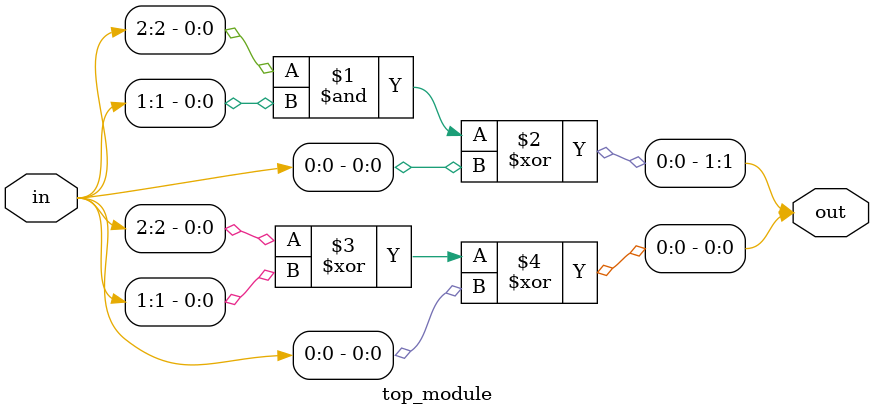
<source format=sv>
module top_module (
	input [2:0] in,
	output [1:0] out
);

	assign out[1] = in[2] & in[1] ^ in[0];
	assign out[0] = in[2] ^ in[1] ^ in[0];
	
endmodule

</source>
